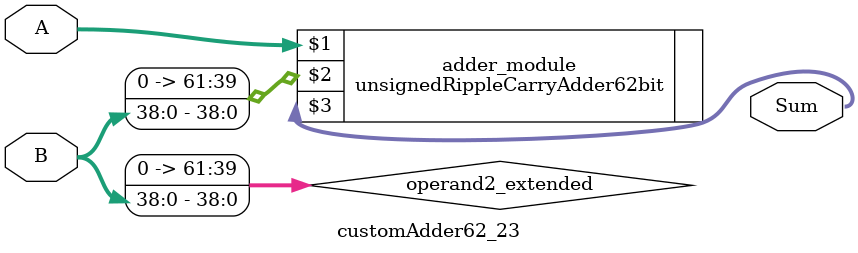
<source format=v>
module customAdder62_23(
                        input [61 : 0] A,
                        input [38 : 0] B,
                        
                        output [62 : 0] Sum
                );

        wire [61 : 0] operand2_extended;
        
        assign operand2_extended =  {23'b0, B};
        
        unsignedRippleCarryAdder62bit adder_module(
            A,
            operand2_extended,
            Sum
        );
        
        endmodule
        
</source>
